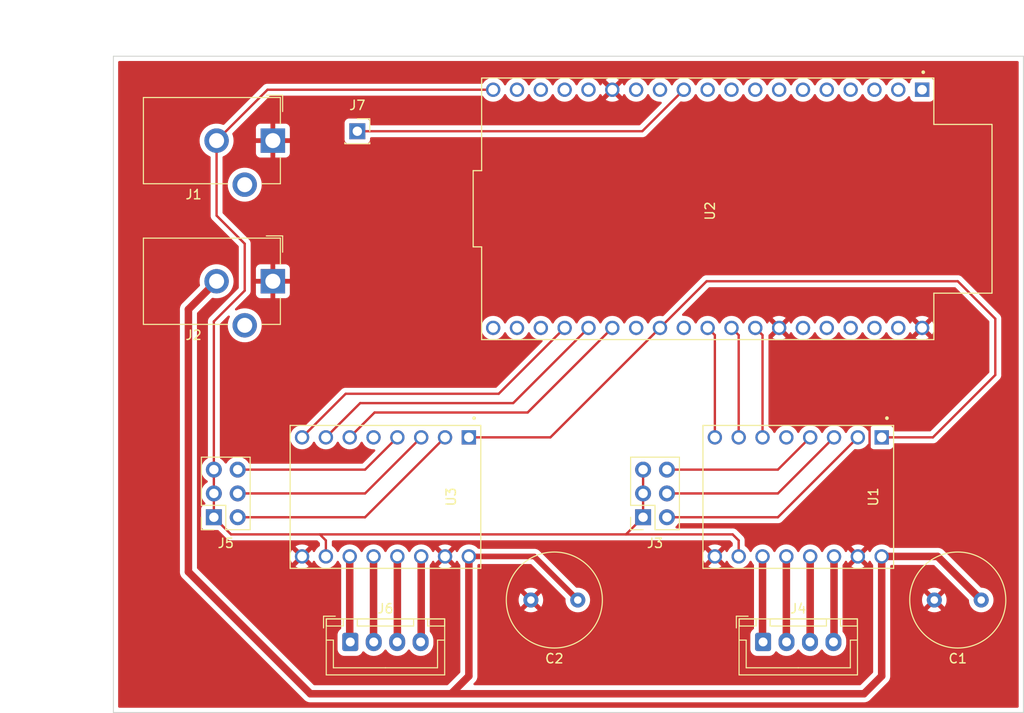
<source format=kicad_pcb>
(kicad_pcb (version 20211014) (generator pcbnew)
  (layers (0 "F.Cu" signal) (31 "B.Cu" signal) (34 "B.Paste" user) (35 "F.Paste" user) (36 "B.SilkS" user "B.Silkscreen") (37 "F.SilkS" user "F.Silkscreen") (38 "B.Mask" user) (39 "F.Mask" user) (44 "Edge.Cuts" user))
  (net 0 "")
  (net 1 "+12V")
  (net 2 "GND")
  (net 3 "+5V")
  (net 4 "Net-(J4-Pad3)")
  (net 5 "Net-(J4-Pad4)")
  (net 6 "Net-(J6-Pad3)")
  (net 7 "Net-(J6-Pad4)")
  (net 8 "PS_en")
  (net 9 "EN")
  (net 11 "M2_SLEEP")
  (net 12 "M2_STEP")
  (net 13 "M2_DIR")
  (net 33 "M1_SLEEP")
  (net 34 "M1_STEP")
  (net 35 "M1_DIR")
  (net 44 "Net-(U1-Pad4)")
  (net 45 "Net-(U1-Pad3)")
  (net 46 "Net-(U1-Pad2)")
  (net 47 "Net-(U3-Pad4)")
  (net 48 "Net-(U3-Pad3)")
  (net 49 "Net-(U3-Pad2)")
  (net 50 "Net-(U1-Pad11)")
  (net 51 "Net-(U1-Pad12)")
  (net 52 "Net-(U3-Pad11)")
  (net 53 "Net-(U3-Pad12)")
  (footprint "Connector_PinSocket_2.54mm:PinSocket_2x03_P2.54mm_Vertical" (layer "F.Cu") (at 143.46 87.1725 180)
    (fp_text reference "J3" (at -1.27 -2.77) (layer "F.SilkS"))
    (fp_text value "Microstep_Jumper")
    (fp_line (start -3.87 6.41) (end 1.33 6.41) (layer "F.SilkS") (width 0.12))
    (fp_line (start -1.27 -1.33) (end -1.27 1.27) (layer "F.SilkS") (width 0.12))
    (fp_line (start 1.33 -1.33) (end 1.33 0) (layer "F.SilkS") (width 0.12))
    (fp_line (start 1.33 1.27) (end 1.33 6.41) (layer "F.SilkS") (width 0.12))
    (fp_line (start -1.27 1.27) (end 1.33 1.27) (layer "F.SilkS") (width 0.12))
    (fp_line (start -3.87 -1.33) (end -1.27 -1.33) (layer "F.SilkS") (width 0.12))
    (fp_line (start -3.87 -1.33) (end -3.87 6.41) (layer "F.SilkS") (width 0.12))
    (fp_line (start 0 -1.33) (end 1.33 -1.33) (layer "F.SilkS") (width 0.12))
    (pad "1" thru_hole rect (at 0 0 180) (size 1.7 1.7) (drill 1) (layers *.Cu *.Mask) (net 3 "+5V"))
    (pad "2" thru_hole oval (at -2.54 0 180) (size 1.7 1.7) (drill 1) (layers *.Cu *.Mask) (net 46 "Net-(U1-Pad2)"))
    (pad "3" thru_hole oval (at 0 2.54 180) (size 1.7 1.7) (drill 1) (layers *.Cu *.Mask) (net 3 "+5V"))
    (pad "4" thru_hole oval (at -2.54 2.54 180) (size 1.7 1.7) (drill 1) (layers *.Cu *.Mask) (net 45 "Net-(U1-Pad3)"))
    (pad "5" thru_hole oval (at 0 5.08 180) (size 1.7 1.7) (drill 1) (layers *.Cu *.Mask) (net 3 "+5V"))
    (pad "6" thru_hole oval (at -2.54 5.08 180) (size 1.7 1.7) (drill 1) (layers *.Cu *.Mask) (net 44 "Net-(U1-Pad4)"))
  )
  (footprint "SnapEDA Library:MODULE_ESP32-DEVKITC" (layer "F.Cu") (at 150.35 54.2725 -90)
    (fp_text reference "U2" (at 0.2275 -0.25 90) (layer "F.SilkS"))
    (fp_text value "ESP32-DEVKITC")
    (fp_line (start 13.95 -24.1) (end 9 -24.1) (layer "F.SilkS") (width 0.127))
    (fp_line (start -13.95 24.1) (end -4.07 24.1) (layer "F.SilkS") (width 0.127))
    (fp_line (start 4.06 24.1) (end 13.95 24.1) (layer "F.SilkS") (width 0.127))
    (fp_line (start -4.07 25) (end 4.06 25) (layer "F.SilkS") (width 0.127))
    (fp_line (start -9 -24.1) (end -9 -30.3) (layer "F.SilkS") (width 0.127))
    (fp_line (start -9 -24.1) (end -13.95 -24.1) (layer "F.SilkS") (width 0.127))
    (fp_line (start 4.06 25) (end 4.06 24.1) (layer "F.SilkS") (width 0.127))
    (fp_line (start -4.07 24.1) (end -4.07 25) (layer "F.SilkS") (width 0.127))
    (fp_line (start -9 -30.3) (end 9 -30.3) (layer "F.SilkS") (width 0.127))
    (fp_line (start 9 -30.3) (end 9 -24.1) (layer "F.SilkS") (width 0.127))
    (fp_line (start 13.95 24.1) (end 13.95 -24.1) (layer "F.SilkS") (width 0.127))
    (fp_line (start -13.95 -24.1) (end -13.95 24.1) (layer "F.SilkS") (width 0.127))
    (fp_circle (center -14.57 -22.97) (end -14.47 -22.97) (layer "F.SilkS") (width 0.2) (fill none))
    (pad "1" thru_hole rect locked (at -12.7 -22.85 270) (size 1.53 1.53) (drill 1.02) (layers *.Cu *.Mask))
    (pad "2" thru_hole circle locked (at -12.7 -20.31 270) (size 1.53 1.53) (drill 1.02) (layers *.Cu *.Mask))
    (pad "3" thru_hole circle locked (at -12.7 -17.77 270) (size 1.53 1.53) (drill 1.02) (layers *.Cu *.Mask))
    (pad "4" thru_hole circle locked (at -12.7 -15.23 270) (size 1.53 1.53) (drill 1.02) (layers *.Cu *.Mask))
    (pad "5" thru_hole circle locked (at -12.7 -12.69 270) (size 1.53 1.53) (drill 1.02) (layers *.Cu *.Mask))
    (pad "6" thru_hole circle locked (at -12.7 -10.15 270) (size 1.53 1.53) (drill 1.02) (layers *.Cu *.Mask))
    (pad "7" thru_hole circle locked (at -12.7 -7.61 270) (size 1.53 1.53) (drill 1.02) (layers *.Cu *.Mask))
    (pad "8" thru_hole circle locked (at -12.7 -5.07 270) (size 1.53 1.53) (drill 1.02) (layers *.Cu *.Mask))
    (pad "9" thru_hole circle locked (at -12.7 -2.53 270) (size 1.53 1.53) (drill 1.02) (layers *.Cu *.Mask))
    (pad "10" thru_hole circle locked (at -12.7 0.01 270) (size 1.53 1.53) (drill 1.02) (layers *.Cu *.Mask))
    (pad "11" thru_hole circle locked (at -12.7 2.55 270) (size 1.53 1.53) (drill 1.02) (layers *.Cu *.Mask) (net 8 "PS_en"))
    (pad "12" thru_hole circle locked (at -12.7 5.09 270) (size 1.53 1.53) (drill 1.02) (layers *.Cu *.Mask))
    (pad "13" thru_hole circle locked (at -12.7 7.63 270) (size 1.53 1.53) (drill 1.02) (layers *.Cu *.Mask))
    (pad "14" thru_hole circle locked (at -12.7 10.17 270) (size 1.53 1.53) (drill 1.02) (layers *.Cu *.Mask) (net 2 "GND"))
    (pad "15" thru_hole circle locked (at -12.7 12.71 270) (size 1.53 1.53) (drill 1.02) (layers *.Cu *.Mask))
    (pad "16" thru_hole circle locked (at -12.7 15.25 270) (size 1.53 1.53) (drill 1.02) (layers *.Cu *.Mask))
    (pad "17" thru_hole circle locked (at -12.7 17.79 270) (size 1.53 1.53) (drill 1.02) (layers *.Cu *.Mask))
    (pad "18" thru_hole circle locked (at -12.7 20.33 270) (size 1.53 1.53) (drill 1.02) (layers *.Cu *.Mask))
    (pad "19" thru_hole circle locked (at -12.7 22.87 270) (size 1.53 1.53) (drill 1.02) (layers *.Cu *.Mask) (net 3 "+5V"))
    (pad "20" thru_hole circle locked (at 12.7 22.87 270) (size 1.53 1.53) (drill 1.02) (layers *.Cu *.Mask))
    (pad "21" thru_hole circle locked (at 12.7 20.33 270) (size 1.53 1.53) (drill 1.02) (layers *.Cu *.Mask))
    (pad "22" thru_hole circle locked (at 12.7 17.79 270) (size 1.53 1.53) (drill 1.02) (layers *.Cu *.Mask))
    (pad "23" thru_hole circle locked (at 12.7 15.25 270) (size 1.53 1.53) (drill 1.02) (layers *.Cu *.Mask) (net 35 "M1_DIR"))
    (pad "24" thru_hole circle locked (at 12.7 12.71 270) (size 1.53 1.53) (drill 1.02) (layers *.Cu *.Mask) (net 34 "M1_STEP"))
    (pad "25" thru_hole circle locked (at 12.7 10.17 270) (size 1.53 1.53) (drill 1.02) (layers *.Cu *.Mask) (net 33 "M1_SLEEP"))
    (pad "26" thru_hole circle locked (at 12.7 7.63 270) (size 1.53 1.53) (drill 1.02) (layers *.Cu *.Mask))
    (pad "27" thru_hole circle locked (at 12.7 5.09 270) (size 1.53 1.53) (drill 1.02) (layers *.Cu *.Mask) (net 9 "EN"))
    (pad "28" thru_hole circle locked (at 12.7 2.55 270) (size 1.53 1.53) (drill 1.02) (layers *.Cu *.Mask))
    (pad "29" thru_hole circle locked (at 12.7 0.01 270) (size 1.53 1.53) (drill 1.02) (layers *.Cu *.Mask) (net 13 "M2_DIR"))
    (pad "30" thru_hole circle locked (at 12.7 -2.53 270) (size 1.53 1.53) (drill 1.02) (layers *.Cu *.Mask) (net 12 "M2_STEP"))
    (pad "31" thru_hole circle locked (at 12.7 -5.07 270) (size 1.53 1.53) (drill 1.02) (layers *.Cu *.Mask) (net 11 "M2_SLEEP"))
    (pad "32" thru_hole circle locked (at 12.7 -7.61 270) (size 1.53 1.53) (drill 1.02) (layers *.Cu *.Mask) (net 2 "GND"))
    (pad "33" thru_hole circle locked (at 12.7 -10.15 270) (size 1.53 1.53) (drill 1.02) (layers *.Cu *.Mask))
    (pad "34" thru_hole circle locked (at 12.7 -12.69 270) (size 1.53 1.53) (drill 1.02) (layers *.Cu *.Mask))
    (pad "35" thru_hole circle locked (at 12.7 -15.23 270) (size 1.53 1.53) (drill 1.02) (layers *.Cu *.Mask))
    (pad "36" thru_hole circle locked (at 12.7 -17.77 270) (size 1.53 1.53) (drill 1.02) (layers *.Cu *.Mask))
    (pad "37" thru_hole circle locked (at 12.7 -20.31 270) (size 1.53 1.53) (drill 1.02) (layers *.Cu *.Mask))
    (pad "38" thru_hole circle locked (at 12.7 -22.85 270) (size 1.53 1.53) (drill 1.02) (layers *.Cu *.Mask) (net 2 "GND"))
  )
  (footprint "Connector_PinSocket_2.54mm:PinSocket_2x03_P2.54mm_Vertical" (layer "F.Cu") (at 97.71 87.1725 180)
    (fp_text reference "J5" (at -1.27 -2.77) (layer "F.SilkS"))
    (fp_text value "Microstep_Jumper")
    (fp_line (start 1.33 1.27) (end 1.33 6.41) (layer "F.SilkS") (width 0.12))
    (fp_line (start -1.27 -1.33) (end -1.27 1.27) (layer "F.SilkS") (width 0.12))
    (fp_line (start 0 -1.33) (end 1.33 -1.33) (layer "F.SilkS") (width 0.12))
    (fp_line (start -3.87 -1.33) (end -3.87 6.41) (layer "F.SilkS") (width 0.12))
    (fp_line (start -3.87 -1.33) (end -1.27 -1.33) (layer "F.SilkS") (width 0.12))
    (fp_line (start 1.33 -1.33) (end 1.33 0) (layer "F.SilkS") (width 0.12))
    (fp_line (start -3.87 6.41) (end 1.33 6.41) (layer "F.SilkS") (width 0.12))
    (fp_line (start -1.27 1.27) (end 1.33 1.27) (layer "F.SilkS") (width 0.12))
    (pad "1" thru_hole rect (at 0 0 180) (size 1.7 1.7) (drill 1) (layers *.Cu *.Mask) (net 3 "+5V"))
    (pad "2" thru_hole oval (at -2.54 0 180) (size 1.7 1.7) (drill 1) (layers *.Cu *.Mask) (net 49 "Net-(U3-Pad2)"))
    (pad "3" thru_hole oval (at 0 2.54 180) (size 1.7 1.7) (drill 1) (layers *.Cu *.Mask) (net 3 "+5V"))
    (pad "4" thru_hole oval (at -2.54 2.54 180) (size 1.7 1.7) (drill 1) (layers *.Cu *.Mask) (net 48 "Net-(U3-Pad3)"))
    (pad "5" thru_hole oval (at 0 5.08 180) (size 1.7 1.7) (drill 1) (layers *.Cu *.Mask) (net 3 "+5V"))
    (pad "6" thru_hole oval (at -2.54 5.08 180) (size 1.7 1.7) (drill 1) (layers *.Cu *.Mask) (net 47 "Net-(U3-Pad4)"))
  )
  (footprint "Connector_PinSocket_2.54mm:PinSocket_1x01_P2.54mm_Vertical" (layer "F.Cu") (at 113 46)
    (fp_text reference "J7" (at 0 -2.77) (layer "F.SilkS"))
    (fp_text value "PowerSwitch")
    (fp_line (start -1.33 1.21) (end -1.33 1.33) (layer "F.SilkS") (width 0.12))
    (fp_line (start 1.33 1.21) (end 1.33 1.33) (layer "F.SilkS") (width 0.12))
    (fp_line (start 1.33 -1.33) (end 1.33 0) (layer "F.SilkS") (width 0.12))
    (fp_line (start 0 -1.33) (end 1.33 -1.33) (layer "F.SilkS") (width 0.12))
    (fp_line (start -1.33 1.33) (end 1.33 1.33) (layer "F.SilkS") (width 0.12))
    (pad "1" thru_hole rect (at 0 0) (size 1.7 1.7) (drill 1) (layers *.Cu *.Mask) (net 8 "PS_en"))
  )
  (footprint "Capacitor_THT:C_Radial_D10.0mm_H16.0mm_P5.00mm" (layer "F.Cu") (at 136.5 96 180)
    (fp_text reference "C2" (at 2.5 -6.25) (layer "F.SilkS"))
    (fp_text value "100uF")
    (fp_circle (center 2.5 0) (end 7.62 0) (layer "F.SilkS") (width 0.12) (fill none))
    (pad "1" thru_hole circle (at 0 0 180) (size 1.6 1.6) (drill 0.8) (layers *.Cu *.Mask) (net 1 "+12V"))
    (pad "2" thru_hole circle (at 5 0 180) (size 1.6 1.6) (drill 0.8) (layers *.Cu *.Mask) (net 2 "GND"))
  )
  (footprint "Connector_JST:JST_XH_B4B-XH-A_1x04_P2.50mm_Vertical" (layer "F.Cu") (at 112.25 100.475)
    (fp_text reference "J6" (at 3.75 -3.55) (layer "F.SilkS"))
    (fp_text value "Conn_Motor")
    (fp_line (start 8.25 -2.45) (end 8.25 -1.7) (layer "F.SilkS") (width 0.12))
    (fp_line (start -2.55 -1.7) (end -0.75 -1.7) (layer "F.SilkS") (width 0.12))
    (fp_line (start 6.75 -1.7) (end 6.75 -2.45) (layer "F.SilkS") (width 0.12))
    (fp_line (start 10.06 -2.46) (end -2.56 -2.46) (layer "F.SilkS") (width 0.12))
    (fp_line (start -2.56 -2.46) (end -2.56 3.51) (layer "F.SilkS") (width 0.12))
    (fp_line (start -2.85 -2.75) (end -2.85 -1.5) (layer "F.SilkS") (width 0.12))
    (fp_line (start 10.05 -1.7) (end 10.05 -2.45) (layer "F.SilkS") (width 0.12))
    (fp_line (start 9.3 2.75) (end 3.75 2.75) (layer "F.SilkS") (width 0.12))
    (fp_line (start 9.3 -0.2) (end 9.3 2.75) (layer "F.SilkS") (width 0.12))
    (fp_line (start 10.05 -0.2) (end 9.3 -0.2) (layer "F.SilkS") (width 0.12))
    (fp_line (start 0.75 -2.45) (end 0.75 -1.7) (layer "F.SilkS") (width 0.12))
    (fp_line (start -1.6 -2.75) (end -2.85 -2.75) (layer "F.SilkS") (width 0.12))
    (fp_line (start 8.25 -1.7) (end 10.05 -1.7) (layer "F.SilkS") (width 0.12))
    (fp_line (start 10.06 3.51) (end 10.06 -2.46) (layer "F.SilkS") (width 0.12))
    (fp_line (start -1.8 2.75) (end 3.75 2.75) (layer "F.SilkS") (width 0.12))
    (fp_line (start 0.75 -1.7) (end 6.75 -1.7) (layer "F.SilkS") (width 0.12))
    (fp_line (start -2.55 -0.2) (end -1.8 -0.2) (layer "F.SilkS") (width 0.12))
    (fp_line (start -0.75 -1.7) (end -0.75 -2.45) (layer "F.SilkS") (width 0.12))
    (fp_line (start 10.05 -2.45) (end 8.25 -2.45) (layer "F.SilkS") (width 0.12))
    (fp_line (start -2.56 3.51) (end 10.06 3.51) (layer "F.SilkS") (width 0.12))
    (fp_line (start -0.75 -2.45) (end -2.55 -2.45) (layer "F.SilkS") (width 0.12))
    (fp_line (start 6.75 -2.45) (end 0.75 -2.45) (layer "F.SilkS") (width 0.12))
    (fp_line (start -2.55 -2.45) (end -2.55 -1.7) (layer "F.SilkS") (width 0.12))
    (fp_line (start -1.8 -0.2) (end -1.8 2.75) (layer "F.SilkS") (width 0.12))
    (pad "1" thru_hole roundrect (at 0 0) (size 1.7 1.95) (drill 0.95) (layers *.Cu *.Mask) (roundrect_rratio 0.1470588235) (net 52 "Net-(U3-Pad11)"))
    (pad "2" thru_hole oval (at 2.5 0) (size 1.7 1.95) (drill 0.95) (layers *.Cu *.Mask) (net 53 "Net-(U3-Pad12)"))
    (pad "3" thru_hole oval (at 5 0) (size 1.7 1.95) (drill 0.95) (layers *.Cu *.Mask) (net 6 "Net-(J6-Pad3)"))
    (pad "4" thru_hole oval (at 7.5 0) (size 1.7 1.95) (drill 0.95) (layers *.Cu *.Mask) (net 7 "Net-(J6-Pad4)"))
  )
  (footprint "Connector_BarrelJack:BarrelJack_CUI_PJ-102AH_Horizontal" (layer "F.Cu") (at 104 47 -90)
    (fp_text reference "J1" (at 5.75 8.45) (layer "F.SilkS"))
    (fp_text value "Conn_01x02")
    (fp_line (start 4.6 13.8) (end -4.6 13.8) (layer "F.SilkS") (width 0.12))
    (fp_line (start -4.6 13.8) (end -4.6 -0.8) (layer "F.SilkS") (width 0.12))
    (fp_line (start 1.8 -0.8) (end 4.6 -0.8) (layer "F.SilkS") (width 0.12))
    (fp_line (start -4.84 0.7) (end -4.84 -1.04) (layer "F.SilkS") (width 0.12))
    (fp_line (start 4.6 4.8) (end 4.6 13.8) (layer "F.SilkS") (width 0.12))
    (fp_line (start -4.84 -1.04) (end -3.1 -1.04) (layer "F.SilkS") (width 0.12))
    (fp_line (start 4.6 -0.8) (end 4.6 1.2) (layer "F.SilkS") (width 0.12))
    (fp_line (start -4.6 -0.8) (end -1.8 -0.8) (layer "F.SilkS") (width 0.12))
    (pad "1" thru_hole rect (at 0 0 270) (size 2.6 2.6) (drill 1.6) (layers *.Cu *.Mask) (net 2 "GND"))
    (pad "2" thru_hole circle (at 0 6 270) (size 2.6 2.6) (drill 1.6) (layers *.Cu *.Mask) (net 3 "+5V"))
    (pad "3" thru_hole circle (at 4.7 3 270) (size 2.6 2.6) (drill 1.6) (layers *.Cu *.Mask))
  )
  (footprint "Capacitor_THT:C_Radial_D10.0mm_H16.0mm_P5.00mm" (layer "F.Cu") (at 179.5 96 180)
    (fp_text reference "C1" (at 2.5 -6.25) (layer "F.SilkS"))
    (fp_text value "100uF")
    (fp_circle (center 2.5 0) (end 7.62 0) (layer "F.SilkS") (width 0.12) (fill none))
    (pad "1" thru_hole circle (at 0 0 180) (size 1.6 1.6) (drill 0.8) (layers *.Cu *.Mask) (net 1 "+12V"))
    (pad "2" thru_hole circle (at 5 0 180) (size 1.6 1.6) (drill 0.8) (layers *.Cu *.Mask) (net 2 "GND"))
  )
  (footprint "Connector_JST:JST_XH_B4B-XH-A_1x04_P2.50mm_Vertical" (layer "F.Cu") (at 156.25 100.475)
    (fp_text reference "J4" (at 3.75 -3.55) (layer "F.SilkS"))
    (fp_text value "Conn_Motor")
    (fp_line (start -2.85 -2.75) (end -2.85 -1.5) (layer "F.SilkS") (width 0.12))
    (fp_line (start 10.05 -2.45) (end 8.25 -2.45) (layer "F.SilkS") (width 0.12))
    (fp_line (start -2.56 -2.46) (end -2.56 3.51) (layer "F.SilkS") (width 0.12))
    (fp_line (start 6.75 -1.7) (end 6.75 -2.45) (layer "F.SilkS") (width 0.12))
    (fp_line (start 8.25 -2.45) (end 8.25 -1.7) (layer "F.SilkS") (width 0.12))
    (fp_line (start 6.75 -2.45) (end 0.75 -2.45) (layer "F.SilkS") (width 0.12))
    (fp_line (start -1.6 -2.75) (end -2.85 -2.75) (layer "F.SilkS") (width 0.12))
    (fp_line (start -1.8 -0.2) (end -1.8 2.75) (layer "F.SilkS") (width 0.12))
    (fp_line (start 9.3 -0.2) (end 9.3 2.75) (layer "F.SilkS") (width 0.12))
    (fp_line (start 10.06 3.51) (end 10.06 -2.46) (layer "F.SilkS") (width 0.12))
    (fp_line (start -2.55 -0.2) (end -1.8 -0.2) (layer "F.SilkS") (width 0.12))
    (fp_line (start -2.56 3.51) (end 10.06 3.51) (layer "F.SilkS") (width 0.12))
    (fp_line (start -1.8 2.75) (end 3.75 2.75) (layer "F.SilkS") (width 0.12))
    (fp_line (start 10.05 -1.7) (end 10.05 -2.45) (layer "F.SilkS") (width 0.12))
    (fp_line (start 10.06 -2.46) (end -2.56 -2.46) (layer "F.SilkS") (width 0.12))
    (fp_line (start 9.3 2.75) (end 3.75 2.75) (layer "F.SilkS") (width 0.12))
    (fp_line (start -0.75 -2.45) (end -2.55 -2.45) (layer "F.SilkS") (width 0.12))
    (fp_line (start 8.25 -1.7) (end 10.05 -1.7) (layer "F.SilkS") (width 0.12))
    (fp_line (start 0.75 -1.7) (end 6.75 -1.7) (layer "F.SilkS") (width 0.12))
    (fp_line (start 0.75 -2.45) (end 0.75 -1.7) (layer "F.SilkS") (width 0.12))
    (fp_line (start -2.55 -1.7) (end -0.75 -1.7) (layer "F.SilkS") (width 0.12))
    (fp_line (start -2.55 -2.45) (end -2.55 -1.7) (layer "F.SilkS") (width 0.12))
    (fp_line (start 10.05 -0.2) (end 9.3 -0.2) (layer "F.SilkS") (width 0.12))
    (fp_line (start -0.75 -1.7) (end -0.75 -2.45) (layer "F.SilkS") (width 0.12))
    (pad "1" thru_hole roundrect (at 0 0) (size 1.7 1.95) (drill 0.95) (layers *.Cu *.Mask) (roundrect_rratio 0.1470588235) (net 50 "Net-(U1-Pad11)"))
    (pad "2" thru_hole oval (at 2.5 0) (size 1.7 1.95) (drill 0.95) (layers *.Cu *.Mask) (net 51 "Net-(U1-Pad12)"))
    (pad "3" thru_hole oval (at 5 0) (size 1.7 1.95) (drill 0.95) (layers *.Cu *.Mask) (net 4 "Net-(J4-Pad3)"))
    (pad "4" thru_hole oval (at 7.5 0) (size 1.7 1.95) (drill 0.95) (layers *.Cu *.Mask) (net 5 "Net-(J4-Pad4)"))
  )
  (footprint "SnapEDA Library:MODULE_A4988_STEPPER_MOTOR_DRIVER_CARRIER" (layer "F.Cu") (at 160 85 -90)
    (fp_text reference "U1" (at 0 -8 90) (layer "F.SilkS"))
    (fp_text value "A4988")
    (fp_line (start 7.62 10.16) (end -7.62 10.16) (layer "F.SilkS") (width 0.127))
    (fp_line (start 7.62 -10.16) (end 7.62 10.16) (layer "F.SilkS") (width 0.127))
    (fp_line (start -7.62 10.16) (end -7.62 -10.16) (layer "F.SilkS") (width 0.127))
    (fp_line (start -7.62 -10.16) (end 7.62 -10.16) (layer "F.SilkS") (width 0.127))
    (fp_circle (center -8.4 -9.45) (end -8.3 -9.45) (layer "F.SilkS") (width 0.2) (fill none))
    (pad "1" thru_hole rect locked (at -6.35 -8.89 270) (size 1.53 1.53) (drill 1.02) (layers *.Cu *.Mask) (net 9 "EN"))
    (pad "2" thru_hole circle locked (at -6.35 -6.35 270) (size 1.53 1.53) (drill 1.02) (layers *.Cu *.Mask) (net 46 "Net-(U1-Pad2)"))
    (pad "3" thru_hole circle locked (at -6.35 -3.81 270) (size 1.53 1.53) (drill 1.02) (layers *.Cu *.Mask) (net 45 "Net-(U1-Pad3)"))
    (pad "4" thru_hole circle locked (at -6.35 -1.27 270) (size 1.53 1.53) (drill 1.02) (layers *.Cu *.Mask) (net 44 "Net-(U1-Pad4)"))
    (pad "5" thru_hole circle locked (at -6.35 1.27 270) (size 1.53 1.53) (drill 1.02) (layers *.Cu *.Mask))
    (pad "6" thru_hole circle locked (at -6.35 3.81 270) (size 1.53 1.53) (drill 1.02) (layers *.Cu *.Mask) (net 11 "M2_SLEEP"))
    (pad "7" thru_hole circle locked (at -6.35 6.35 270) (size 1.53 1.53) (drill 1.02) (layers *.Cu *.Mask) (net 12 "M2_STEP"))
    (pad "8" thru_hole circle locked (at -6.35 8.89 270) (size 1.53 1.53) (drill 1.02) (layers *.Cu *.Mask) (net 13 "M2_DIR"))
    (pad "9" thru_hole circle locked (at 6.35 8.89 270) (size 1.53 1.53) (drill 1.02) (layers *.Cu *.Mask) (net 2 "GND"))
    (pad "10" thru_hole circle locked (at 6.35 6.35 270) (size 1.53 1.53) (drill 1.02) (layers *.Cu *.Mask) (net 3 "+5V"))
    (pad "11" thru_hole circle locked (at 6.35 3.81 270) (size 1.53 1.53) (drill 1.02) (layers *.Cu *.Mask) (net 50 "Net-(U1-Pad11)"))
    (pad "12" thru_hole circle locked (at 6.35 1.27 270) (size 1.53 1.53) (drill 1.02) (layers *.Cu *.Mask) (net 51 "Net-(U1-Pad12)"))
    (pad "13" thru_hole circle locked (at 6.35 -1.27 270) (size 1.53 1.53) (drill 1.02) (layers *.Cu *.Mask) (net 4 "Net-(J4-Pad3)"))
    (pad "14" thru_hole circle locked (at 6.35 -3.81 270) (size 1.53 1.53) (drill 1.02) (layers *.Cu *.Mask) (net 5 "Net-(J4-Pad4)"))
    (pad "15" thru_hole circle locked (at 6.35 -6.35 270) (size 1.53 1.53) (drill 1.02) (layers *.Cu *.Mask) (net 2 "GND"))
    (pad "16" thru_hole circle locked (at 6.35 -8.89 270) (size 1.53 1.53) (drill 1.02) (layers *.Cu *.Mask) (net 1 "+12V"))
  )
  (footprint "SnapEDA Library:MODULE_A4988_STEPPER_MOTOR_DRIVER_CARRIER" (layer "F.Cu") (at 116 85 -90)
    (fp_text reference "U3" (at 0 -7 90) (layer "F.SilkS"))
    (fp_text value "A4988")
    (fp_line (start 7.62 -10.16) (end 7.62 10.16) (layer "F.SilkS") (width 0.127))
    (fp_line (start 7.62 10.16) (end -7.62 10.16) (layer "F.SilkS") (width 0.127))
    (fp_line (start -7.62 10.16) (end -7.62 -10.16) (layer "F.SilkS") (width 0.127))
    (fp_line (start -7.62 -10.16) (end 7.62 -10.16) (layer "F.SilkS") (width 0.127))
    (fp_circle (center -8.4 -9.45) (end -8.3 -9.45) (layer "F.SilkS") (width 0.2) (fill none))
    (pad "1" thru_hole rect locked (at -6.35 -8.89 270) (size 1.53 1.53) (drill 1.02) (layers *.Cu *.Mask) (net 9 "EN"))
    (pad "2" thru_hole circle locked (at -6.35 -6.35 270) (size 1.53 1.53) (drill 1.02) (layers *.Cu *.Mask) (net 49 "Net-(U3-Pad2)"))
    (pad "3" thru_hole circle locked (at -6.35 -3.81 270) (size 1.53 1.53) (drill 1.02) (layers *.Cu *.Mask) (net 48 "Net-(U3-Pad3)"))
    (pad "4" thru_hole circle locked (at -6.35 -1.27 270) (size 1.53 1.53) (drill 1.02) (layers *.Cu *.Mask) (net 47 "Net-(U3-Pad4)"))
    (pad "5" thru_hole circle locked (at -6.35 1.27 270) (size 1.53 1.53) (drill 1.02) (layers *.Cu *.Mask))
    (pad "6" thru_hole circle locked (at -6.35 3.81 270) (size 1.53 1.53) (drill 1.02) (layers *.Cu *.Mask) (net 33 "M1_SLEEP"))
    (pad "7" thru_hole circle locked (at -6.35 6.35 270) (size 1.53 1.53) (drill 1.02) (layers *.Cu *.Mask) (net 34 "M1_STEP"))
    (pad "8" thru_hole circle locked (at -6.35 8.89 270) (size 1.53 1.53) (drill 1.02) (layers *.Cu *.Mask) (net 35 "M1_DIR"))
    (pad "9" thru_hole circle locked (at 6.35 8.89 270) (size 1.53 1.53) (drill 1.02) (layers *.Cu *.Mask) (net 2 "GND"))
    (pad "10" thru_hole circle locked (at 6.35 6.35 270) (size 1.53 1.53) (drill 1.02) (layers *.Cu *.Mask) (net 3 "+5V"))
    (pad "11" thru_hole circle locked (at 6.35 3.81 270) (size 1.53 1.53) (drill 1.02) (layers *.Cu *.Mask) (net 52 "Net-(U3-Pad11)"))
    (pad "12" thru_hole circle locked (at 6.35 1.27 270) (size 1.53 1.53) (drill 1.02) (layers *.Cu *.Mask) (net 53 "Net-(U3-Pad12)"))
    (pad "13" thru_hole circle locked (at 6.35 -1.27 270) (size 1.53 1.53) (drill 1.02) (layers *.Cu *.Mask) (net 6 "Net-(J6-Pad3)"))
    (pad "14" thru_hole circle locked (at 6.35 -3.81 270) (size 1.53 1.53) (drill 1.02) (layers *.Cu *.Mask) (net 7 "Net-(J6-Pad4)"))
    (pad "15" thru_hole circle locked (at 6.35 -6.35 270) (size 1.53 1.53) (drill 1.02) (layers *.Cu *.Mask) (net 2 "GND"))
    (pad "16" thru_hole circle locked (at 6.35 -8.89 270) (size 1.53 1.53) (drill 1.02) (layers *.Cu *.Mask) (net 1 "+12V"))
  )
  (footprint "Connector_BarrelJack:BarrelJack_CUI_PJ-102AH_Horizontal" (layer "F.Cu") (at 104 62 -90)
    (fp_text reference "J2" (at 5.75 8.45) (layer "F.SilkS"))
    (fp_text value "Conn_01x02")
    (fp_line (start -4.6 -0.8) (end -1.8 -0.8) (layer "F.SilkS") (width 0.12))
    (fp_line (start -4.84 0.7) (end -4.84 -1.04) (layer "F.SilkS") (width 0.12))
    (fp_line (start 4.6 4.8) (end 4.6 13.8) (layer "F.SilkS") (width 0.12))
    (fp_line (start -4.6 13.8) (end -4.6 -0.8) (layer "F.SilkS") (width 0.12))
    (fp_line (start 4.6 -0.8) (end 4.6 1.2) (layer "F.SilkS") (width 0.12))
    (fp_line (start 4.6 13.8) (end -4.6 13.8) (layer "F.SilkS") (width 0.12))
    (fp_line (start -4.84 -1.04) (end -3.1 -1.04) (layer "F.SilkS") (width 0.12))
    (fp_line (start 1.8 -0.8) (end 4.6 -0.8) (layer "F.SilkS") (width 0.12))
    (pad "1" thru_hole rect (at 0 0 270) (size 2.6 2.6) (drill 1.6) (layers *.Cu *.Mask) (net 2 "GND"))
    (pad "2" thru_hole circle (at 0 6 270) (size 2.6 2.6) (drill 1.6) (layers *.Cu *.Mask) (net 1 "+12V"))
    (pad "3" thru_hole circle (at 4.7 3 270) (size 2.6 2.6) (drill 1.6) (layers *.Cu *.Mask))
  )
  (gr_line (start 184 108) (end 184 38) (layer "Edge.Cuts") (width 0.1))
  (gr_line (start 87 108) (end 184 108) (layer "Edge.Cuts") (width 0.1))
  (gr_line (start 184 38) (end 87 38) (layer "Edge.Cuts") (width 0.1))
  (gr_line (start 87 38) (end 87 108) (layer "Edge.Cuts") (width 0.1))
  (segment (start 167 106) (end 123 106) (width 0.8) (layer "F.Cu") (net 1))
  (segment (start 123 106) (end 124.89 104.11) (width 0.8) (layer "F.Cu") (net 1))
  (segment (start 95 93) (end 108 106) (width 0.8) (layer "F.Cu") (net 1))
  (segment (start 124.89 104.11) (end 124.89 91.35) (width 0.8) (layer "F.Cu") (net 1))
  (segment (start 95 65) (end 95 93) (width 0.8) (layer "F.Cu") (net 1))
  (segment (start 174.85 91.35) (end 179.5 96) (width 0.8) (layer "F.Cu") (net 1))
  (segment (start 108 106) (end 123 106) (width 0.8) (layer "F.Cu") (net 1))
  (segment (start 124.89 91.35) (end 131.85 91.35) (width 0.6) (layer "F.Cu") (net 1))
  (segment (start 168.89 91.35) (end 174.85 91.35) (width 0.8) (layer "F.Cu") (net 1))
  (segment (start 168.89 91.35) (end 168.89 104.11) (width 0.8) (layer "F.Cu") (net 1))
  (segment (start 98 62) (end 95 65) (width 0.8) (layer "F.Cu") (net 1))
  (segment (start 168.89 104.11) (end 167 106) (width 0.8) (layer "F.Cu") (net 1))
  (segment (start 131.85 91.35) (end 136.5 96) (width 0.6) (layer "F.Cu") (net 1))
  (segment (start 173.2 66.9725) (end 167.6 72.5725) (width 0.25) (layer "F.Cu") (net 2))
  (segment (start 167.6 72.5725) (end 167.6 90.1) (width 0.25) (layer "F.Cu") (net 2))
  (segment (start 167.6 90.1) (end 166.35 91.35) (width 0.25) (layer "F.Cu") (net 2))
  (segment (start 143.46 87.1725) (end 143.46 84.6325) (width 0.25) (layer "F.Cu") (net 3))
  (segment (start 109.65 89.65) (end 109 89) (width 0.25) (layer "F.Cu") (net 3))
  (segment (start 153.65 91.35) (end 153.65 89.65) (width 0.25) (layer "F.Cu") (net 3))
  (segment (start 153.65 89.65) (end 153 89) (width 0.25) (layer "F.Cu") (net 3))
  (segment (start 97.71 82.0925) (end 97.71 66.29) (width 0.25) (layer "F.Cu") (net 3))
  (segment (start 143.46 82.0925) (end 143.46 84.6325) (width 0.25) (layer "F.Cu") (net 3))
  (segment (start 101 58) (end 98 55) (width 0.25) (layer "F.Cu") (net 3))
  (segment (start 153 89) (end 141.6325 89) (width 0.25) (layer "F.Cu") (net 3))
  (segment (start 101 63) (end 101 58) (width 0.25) (layer "F.Cu") (net 3))
  (segment (start 109.65 91.35) (end 109.65 89.65) (width 0.25) (layer "F.Cu") (net 3))
  (segment (start 98 47) (end 103.4275 41.5725) (width 0.25) (layer "F.Cu") (net 3))
  (segment (start 98 55) (end 98 47) (width 0.25) (layer "F.Cu") (net 3))
  (segment (start 99.5375 89) (end 141.6325 89) (width 0.25) (layer "F.Cu") (net 3))
  (segment (start 97.71 66.29) (end 101 63) (width 0.25) (layer "F.Cu") (net 3))
  (segment (start 97.71 84.6325) (end 97.71 82.0925) (width 0.25) (layer "F.Cu") (net 3))
  (segment (start 141.6325 89) (end 143.46 87.1725) (width 0.25) (layer "F.Cu") (net 3))
  (segment (start 97.71 87.1725) (end 97.71 84.6325) (width 0.25) (layer "F.Cu") (net 3))
  (segment (start 97.71 87.1725) (end 99.5375 89) (width 0.25) (layer "F.Cu") (net 3))
  (segment (start 103.4275 41.5725) (end 127.48 41.5725) (width 0.25) (layer "F.Cu") (net 3))
  (segment (start 161.27 100.455) (end 161.25 100.475) (width 0.25) (layer "F.Cu") (net 4))
  (segment (start 161.27 91.35) (end 161.27 100.455) (width 0.8) (layer "F.Cu") (net 4))
  (segment (start 163.81 91.35) (end 163.81 100.415) (width 0.8) (layer "F.Cu") (net 5))
  (segment (start 163.81 100.415) (end 163.75 100.475) (width 0.25) (layer "F.Cu") (net 5))
  (segment (start 117.27 91.35) (end 117.27 100.455) (width 0.8) (layer "F.Cu") (net 6))
  (segment (start 117.27 100.455) (end 117.25 100.475) (width 0.25) (layer "F.Cu") (net 6))
  (segment (start 119.81 100.415) (end 119.75 100.475) (width 0.25) (layer "F.Cu") (net 7))
  (segment (start 119.81 91.35) (end 119.81 100.415) (width 0.8) (layer "F.Cu") (net 7))
  (segment (start 113 46) (end 143.3725 46) (width 0.25) (layer "F.Cu") (net 8))
  (segment (start 143.3725 46) (end 147.8 41.5725) (width 0.25) (layer "F.Cu") (net 8))
  (segment (start 133.5825 78.65) (end 145.26 66.9725) (width 0.25) (layer "F.Cu") (net 9))
  (segment (start 168.89 78.65) (end 174.35 78.65) (width 0.25) (layer "F.Cu") (net 9))
  (segment (start 181 72) (end 181 66) (width 0.25) (layer "F.Cu") (net 9))
  (segment (start 174.35 78.65) (end 181 72) (width 0.25) (layer "F.Cu") (net 9))
  (segment (start 177 62) (end 150.2325 62) (width 0.25) (layer "F.Cu") (net 9))
  (segment (start 181 66) (end 177 62) (width 0.25) (layer "F.Cu") (net 9))
  (segment (start 150.2325 62) (end 145.26 66.9725) (width 0.25) (layer "F.Cu") (net 9))
  (segment (start 124.89 78.65) (end 133.5825 78.65) (width 0.25) (layer "F.Cu") (net 9))
  (segment (start 156.19 67.7425) (end 155.42 66.9725) (width 0.25) (layer "F.Cu") (net 11))
  (segment (start 156.19 78.65) (end 156.19 67.7425) (width 0.25) (layer "F.Cu") (net 11))
  (segment (start 153.65 67.7425) (end 152.88 66.9725) (width 0.25) (layer "F.Cu") (net 12))
  (segment (start 153.65 78.65) (end 153.65 67.7425) (width 0.25) (layer "F.Cu") (net 12))
  (segment (start 151.11 67.7425) (end 150.34 66.9725) (width 0.25) (layer "F.Cu") (net 13))
  (segment (start 151.11 78.65) (end 151.11 67.7425) (width 0.25) (layer "F.Cu") (net 13))
  (segment (start 131.1525 76) (end 140.18 66.9725) (width 0.25) (layer "F.Cu") (net 33))
  (segment (start 114.84 76) (end 131.1525 76) (width 0.25) (layer "F.Cu") (net 33))
  (segment (start 112.19 78.65) (end 114.84 76) (width 0.25) (layer "F.Cu") (net 33))
  (segment (start 129.6125 75) (end 137.64 66.9725) (width 0.25) (layer "F.Cu") (net 34))
  (segment (start 113.3 75) (end 129.6125 75) (width 0.25) (layer "F.Cu") (net 34))
  (segment (start 109.65 78.65) (end 113.3 75) (width 0.25) (layer "F.Cu") (net 34))
  (segment (start 111.76 74) (end 128.0725 74) (width 0.25) (layer "F.Cu") (net 35))
  (segment (start 128.0725 74) (end 135.1 66.9725) (width 0.25) (layer "F.Cu") (net 35))
  (segment (start 107.11 78.65) (end 111.76 74) (width 0.25) (layer "F.Cu") (net 35))
  (segment (start 146 82.0925) (end 157.8275 82.0925) (width 0.25) (layer "F.Cu") (net 44))
  (segment (start 157.8275 82.0925) (end 161.27 78.65) (width 0.25) (layer "F.Cu") (net 44))
  (segment (start 157.8275 84.6325) (end 163.81 78.65) (width 0.25) (layer "F.Cu") (net 45))
  (segment (start 146 84.6325) (end 157.8275 84.6325) (width 0.25) (layer "F.Cu") (net 45))
  (segment (start 146 87.1725) (end 157.8275 87.1725) (width 0.25) (layer "F.Cu") (net 46))
  (segment (start 157.8275 87.1725) (end 166.35 78.65) (width 0.25) (layer "F.Cu") (net 46))
  (segment (start 113.8275 82.0925) (end 100.25 82.0925) (width 0.25) (layer "F.Cu") (net 47))
  (segment (start 117.27 78.65) (end 113.8275 82.0925) (width 0.25) (layer "F.Cu") (net 47))
  (segment (start 113.8275 84.6325) (end 100.25 84.6325) (width 0.25) (layer "F.Cu") (net 48))
  (segment (start 119.81 78.65) (end 113.8275 84.6325) (width 0.25) (layer "F.Cu") (net 48))
  (segment (start 122.35 78.65) (end 113.8275 87.1725) (width 0.25) (layer "F.Cu") (net 49))
  (segment (start 113.8275 87.1725) (end 100.25 87.1725) (width 0.25) (layer "F.Cu") (net 49))
  (segment (start 156.19 91.35) (end 156.19 100.415) (width 0.8) (layer "F.Cu") (net 50))
  (segment (start 156.19 100.415) (end 156.25 100.475) (width 0.25) (layer "F.Cu") (net 50))
  (segment (start 158.73 91.35) (end 158.73 100.455) (width 0.8) (layer "F.Cu") (net 51))
  (segment (start 158.73 100.455) (end 158.75 100.475) (width 0.25) (layer "F.Cu") (net 51))
  (segment (start 112.19 91.35) (end 112.19 100.415) (width 0.8) (layer "F.Cu") (net 52))
  (segment (start 112.19 100.415) (end 112.25 100.475) (width 0.25) (layer "F.Cu") (net 52))
  (segment (start 114.73 100.455) (end 114.75 100.475) (width 0.25) (layer "F.Cu") (net 53))
  (segment (start 114.73 91.35) (end 114.73 100.455) (width 0.8) (layer "F.Cu") (net 53))
  (zone (net 2) (net_name "GND") (layer "F.Cu") (connect_pads (clearance 0.508)) (min_thickness 0.254) (fill yes (thermal_gap 0.508) (thermal_bridge_width 0.508))
    (polygon (pts (xy 184 108) (xy 87 108) (xy 87 38) (xy 184 38)))
  )
)
</source>
